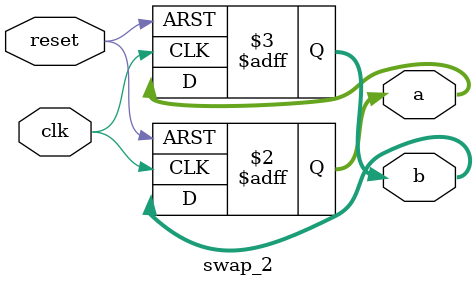
<source format=v>
module swap_2(clk,reset,a,b);
  input clk,reset;
  output [3:0] a,b;
  reg [3:0] a,b;
  always @(posedge clk or posedge reset)
    if (reset) begin
      a <= #1 4'd5;
      b <= #1 4'd6;
    end else begin
      a <= #1 b;
      b <= #1 a;
    end
endmodule
</source>
